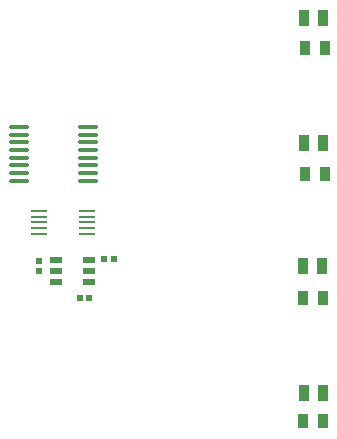
<source format=gbr>
G04 Layer_Color=8421504*
%FSLAX26Y26*%
%MOIN*%
%TF.FileFunction,Paste,Top*%
%TF.Part,Single*%
G01*
G75*
%TA.AperFunction,SMDPad,CuDef*%
%ADD10O,0.057087X0.009842*%
%ADD11O,0.072835X0.013780*%
%ADD12R,0.033465X0.051181*%
%ADD13R,0.037402X0.053150*%
%ADD14R,0.020472X0.020472*%
%ADD15R,0.039370X0.023622*%
%ADD16R,0.020472X0.020472*%
D10*
X926181Y1149606D02*
D03*
Y1169291D02*
D03*
Y1188976D02*
D03*
Y1208661D02*
D03*
Y1228347D02*
D03*
X766732Y1149606D02*
D03*
Y1169291D02*
D03*
Y1188976D02*
D03*
Y1208661D02*
D03*
Y1228347D02*
D03*
D11*
X930118Y1327756D02*
D03*
Y1353346D02*
D03*
Y1378937D02*
D03*
Y1404527D02*
D03*
Y1430118D02*
D03*
Y1455709D02*
D03*
Y1481299D02*
D03*
Y1506890D02*
D03*
X699803Y1327756D02*
D03*
Y1353346D02*
D03*
Y1378937D02*
D03*
Y1404527D02*
D03*
Y1430118D02*
D03*
Y1455709D02*
D03*
Y1481299D02*
D03*
Y1506890D02*
D03*
D12*
X1647638Y527559D02*
D03*
X1714567D02*
D03*
X1714567Y937008D02*
D03*
X1647638D02*
D03*
X1651575Y1771653D02*
D03*
X1718504D02*
D03*
X1718504Y1350394D02*
D03*
X1651575D02*
D03*
D13*
X1649606Y1870079D02*
D03*
X1712598D02*
D03*
X1645669Y1043307D02*
D03*
X1708661D02*
D03*
X1649606Y622047D02*
D03*
X1712598D02*
D03*
X1649606Y1452756D02*
D03*
X1712598D02*
D03*
D14*
X1015748Y1066929D02*
D03*
X984252D02*
D03*
X933071Y937008D02*
D03*
X901575D02*
D03*
D15*
X823819Y1064961D02*
D03*
Y1027559D02*
D03*
Y990158D02*
D03*
X932087D02*
D03*
Y1027559D02*
D03*
Y1064961D02*
D03*
D16*
X767717Y1059055D02*
D03*
Y1027559D02*
D03*
%TF.MD5,69bfd200079bcfc600ae5d65b2fe8c7a*%
M02*

</source>
